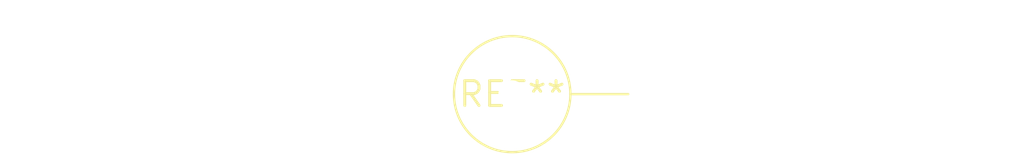
<source format=kicad_pcb>
(kicad_pcb (version 20240108) (generator pcbnew)
  (layers (0 "F.Cu" signal) (31 "B.Cu" signal) (34 "B.Paste" user) (35 "F.Paste" user) (36 "B.SilkS" user "B.Silkscreen") (37 "F.SilkS" user "F.Silkscreen") (38 "B.Mask" user) (39 "F.Mask" user) (44 "Edge.Cuts" user))
  (net 0 "")
  (footprint "R_Axial_DIN0614_L14.3mm_D5.7mm_P7.62mm_Vertical" (layer "F.Cu") (at 0 0)
    (property "Reference" "REF**")
    (property "Value" "R_Axial_DIN0614_L14.3mm_D5.7mm_P7.62mm_Vertical")
    (fp_line (start 2.97 0) (end 5.92 0) (layer "F.SilkS") (stroke (width 0.12)))
    (fp_circle (center 0 0) (end 2.97 0) (layer "F.SilkS") (stroke (width 0.12)) (fill none))
    (pad "1" thru_hole circle (at 0 0) (size 2.8 2.8) (drill 1.4) (layers *.Cu *.Mask) (remove_unused_layers))
    (pad "2" thru_hole oval (at 7.62 0) (size 2.8 2.8) (drill 1.4) (layers *.Cu *.Mask) (remove_unused_layers))
  )
)
</source>
